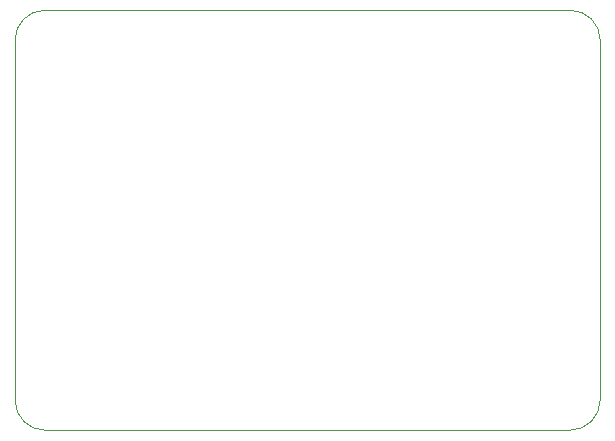
<source format=gbr>
%TF.GenerationSoftware,KiCad,Pcbnew,8.0.4*%
%TF.CreationDate,2024-07-23T12:10:32-05:00*%
%TF.ProjectId,sa8x8-breakout,73613878-382d-4627-9265-616b6f75742e,rev?*%
%TF.SameCoordinates,Original*%
%TF.FileFunction,Profile,NP*%
%FSLAX46Y46*%
G04 Gerber Fmt 4.6, Leading zero omitted, Abs format (unit mm)*
G04 Created by KiCad (PCBNEW 8.0.4) date 2024-07-23 12:10:32*
%MOMM*%
%LPD*%
G01*
G04 APERTURE LIST*
%TA.AperFunction,Profile*%
%ADD10C,0.050000*%
%TD*%
G04 APERTURE END LIST*
D10*
X129540000Y-104140000D02*
X129540000Y-73660000D01*
X176553063Y-71120000D02*
G75*
G02*
X179093100Y-73660000I37J-2540000D01*
G01*
X132079373Y-106680000D02*
G75*
G02*
X129540000Y-104140000I627J2540000D01*
G01*
X132080000Y-71120000D02*
X176553063Y-71120000D01*
X179093063Y-104140000D02*
G75*
G02*
X176553063Y-106680063I-2540063J0D01*
G01*
X129540000Y-73660000D02*
G75*
G02*
X132080000Y-71120000I2540000J0D01*
G01*
X176553063Y-106680000D02*
X132079373Y-106680000D01*
X179093063Y-104140000D02*
X179093063Y-73660000D01*
M02*

</source>
